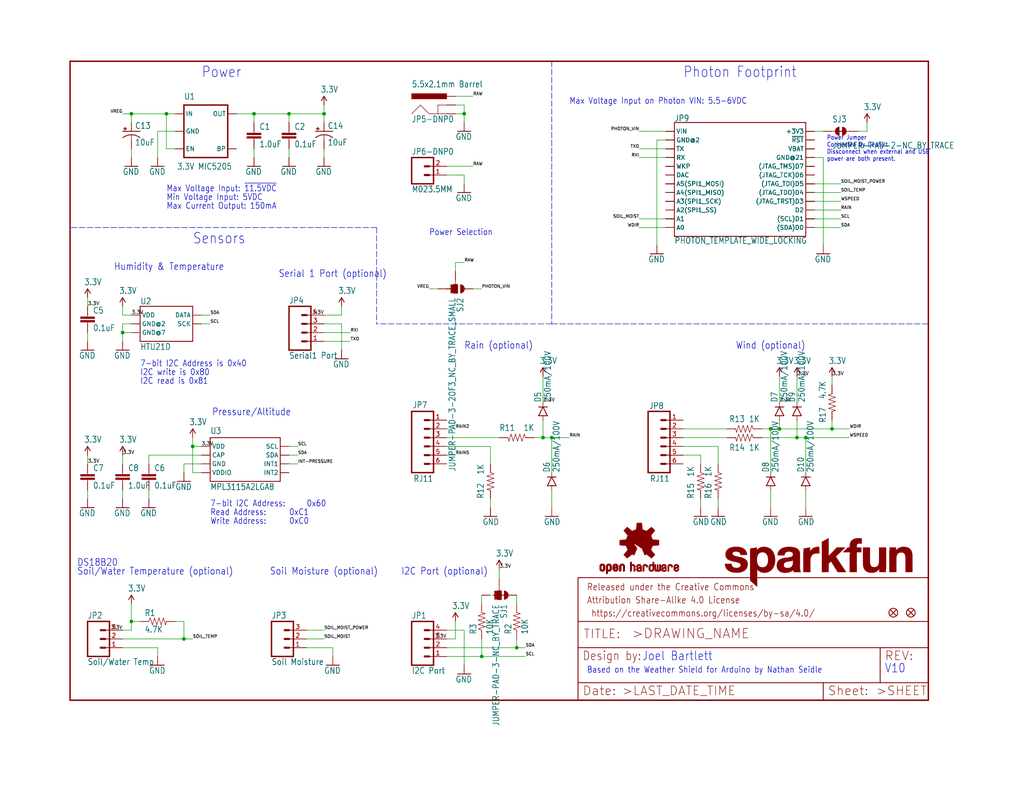
<source format=kicad_sch>
(kicad_sch (version 20211123) (generator eeschema)
  (paper "User" 297.002 231.242)
  (lib_symbols
    (symbol "eagleSchem-eagle-import:0.1UF-25V(+80{slash}-20%)(0603)"
      (property "Reference" "C" (at 1.524 2.921 0))
      (property "Value" "0.1UF-25V(+80{slash}-20%)(0603)" (at 1.524 -2.159 0))
      (symbol "0.1UF-25V(+80{slash}-20%)(0603)_1_0"
        (pin passive line (at 0 5.08 270) (length 2.54) (name "1") (number "1"))
        (pin passive line (at 0 -2.54 90) (length 2.54) (name "2") (number "2"))
      )
    )
    (symbol "eagleSchem-eagle-import:1.0UF-16V-10%(0603)"
      (property "Reference" "C" (at 1.524 2.921 0))
      (property "Value" "1.0UF-16V-10%(0603)" (at 1.524 -2.159 0))
      (symbol "1.0UF-16V-10%(0603)_1_0"
        (pin passive line (at 0 5.08 270) (length 2.54) (name "1") (number "1"))
        (pin passive line (at 0 -2.54 90) (length 2.54) (name "2") (number "2"))
      )
    )
    (symbol "eagleSchem-eagle-import:10KOHM-1{slash}10W-1%(0603)0603"
      (property "Reference" "R" (at -3.81 1.4986 0))
      (property "Value" "10KOHM-1{slash}10W-1%(0603)0603" (at -3.81 -3.302 0))
      (symbol "10KOHM-1{slash}10W-1%(0603)0603_1_0"
        (pin passive line (at -5.08 0 0) (length 2.54) (name "1") (number "1"))
        (pin passive line (at 5.08 0 180) (length 2.54) (name "2") (number "2"))
      )
    )
    (symbol "eagleSchem-eagle-import:10UF-16V-10%(TANT)"
      (property "Reference" "C" (at 1.016 0.635 0))
      (property "Value" "10UF-16V-10%(TANT)" (at 1.016 -4.191 0))
      (symbol "10UF-16V-10%(TANT)_1_0"
        (pin passive line (at 0 2.54 270) (length 2.54) (name "+") (number "A"))
        (pin passive line (at 0 -5.08 90) (length 2.54) (name "-") (number "C"))
      )
    )
    (symbol "eagleSchem-eagle-import:1KOHM-1{slash}10W-1%(0603)"
      (property "Reference" "R" (at -3.81 1.4986 0))
      (property "Value" "1KOHM-1{slash}10W-1%(0603)" (at -3.81 -3.302 0))
      (symbol "1KOHM-1{slash}10W-1%(0603)_1_0"
        (pin passive line (at -5.08 0 0) (length 2.54) (name "1") (number "1"))
        (pin passive line (at 5.08 0 180) (length 2.54) (name "2") (number "2"))
      )
    )
    (symbol "eagleSchem-eagle-import:3.3V" (power)
      (property "Value" "3.3V" (at -1.016 3.556 0))
      (symbol "3.3V_1_0"
        (pin power_in line (at 0 0 90) (length 2.54) (name "3.3V") (number "1"))
      )
    )
    (symbol "eagleSchem-eagle-import:4.7KOHM-1{slash}10W-1%(0603)"
      (property "Reference" "R" (at -3.81 1.4986 0))
      (property "Value" "4.7KOHM-1{slash}10W-1%(0603)" (at -3.81 -3.302 0))
      (symbol "4.7KOHM-1{slash}10W-1%(0603)_1_0"
        (pin passive line (at -5.08 0 0) (length 2.54) (name "1") (number "1"))
        (pin passive line (at 5.08 0 180) (length 2.54) (name "2") (number "2"))
      )
    )
    (symbol "eagleSchem-eagle-import:DIODEBAS16"
      (property "Reference" "D" (at 2.54 0.4826 0))
      (property "Value" "DIODEBAS16" (at 2.54 -2.3114 0))
      (symbol "DIODEBAS16_1_0"
        (pin passive line (at -2.54 0 0) (length 0) (name "A") (number "A"))
        (pin passive line (at 2.54 0 180) (length 0) (name "C") (number "C"))
      )
    )
    (symbol "eagleSchem-eagle-import:FIDUCIAL1X2")
    (symbol "eagleSchem-eagle-import:FRAME-LETTER"
      (symbol "FRAME-LETTER_2_0"
        (text " https://creativecommons.org/licenses/by-sa/4.0/" (at 2.54 24.13 0) (effects (font (size 1.9304 1.6408)) (justify left bottom)))
        (text ">DRAWING_NAME" (at 15.494 17.78 0) (effects (font (size 2.7432 2.7432)) (justify left bottom)))
        (text ">LAST_DATE_TIME" (at 12.7 1.27 0) (effects (font (size 2.54 2.54)) (justify left bottom)))
        (text ">SHEET" (at 86.36 1.27 0) (effects (font (size 2.54 2.54)) (justify left bottom)))
        (text "Attribution Share-Alike 4.0 License" (at 2.54 27.94 0) (effects (font (size 1.9304 1.6408)) (justify left bottom)))
        (text "Date:" (at 1.27 1.27 0) (effects (font (size 2.54 2.54)) (justify left bottom)))
        (text "Design by:" (at 1.27 11.43 0) (effects (font (size 2.54 2.159)) (justify left bottom)))
        (text "Released under the Creative Commons" (at 2.54 31.75 0) (effects (font (size 1.9304 1.6408)) (justify left bottom)))
        (text "REV:" (at 88.9 11.43 0) (effects (font (size 2.54 2.54)) (justify left bottom)))
        (text "Sheet:" (at 72.39 1.27 0) (effects (font (size 2.54 2.54)) (justify left bottom)))
        (text "TITLE:" (at 1.524 17.78 0) (effects (font (size 2.54 2.54)) (justify left bottom)))
      )
    )
    (symbol "eagleSchem-eagle-import:GND" (power)
      (property "Value" "GND" (at -2.54 -2.54 0))
      (symbol "GND_1_0"
        (pin power_in line (at 0 2.54 270) (length 2.54) (name "GND") (number "1"))
      )
    )
    (symbol "eagleSchem-eagle-import:HTU21DSMD"
      (property "Reference" "U" (at -7.62 5.588 0))
      (property "Value" "HTU21DSMD" (at -7.62 -7.62 0))
      (symbol "HTU21DSMD_1_0"
        (pin power_in line (at -10.16 -2.54 0) (length 2.54) (name "GND@7") (number "7"))
        (pin bidirectional line (at 10.16 2.54 180) (length 2.54) (name "DATA") (number "DATA"))
        (pin power_in line (at -10.16 0 0) (length 2.54) (name "GND@2") (number "GND"))
        (pin input line (at 10.16 0 180) (length 2.54) (name "SCK") (number "SCK"))
        (pin power_in line (at -10.16 2.54 0) (length 2.54) (name "VDD") (number "VDD"))
      )
    )
    (symbol "eagleSchem-eagle-import:JUMPER-PAD-2-NC_BY_TRACE"
      (property "Reference" "SJ" (at -2.54 2.54 0))
      (property "Value" "JUMPER-PAD-2-NC_BY_TRACE" (at -2.54 -5.08 0))
      (symbol "JUMPER-PAD-2-NC_BY_TRACE_1_0"
        (pin passive line (at -5.08 0 0) (length 2.54) (name "1") (number "1"))
        (pin passive line (at 5.08 0 180) (length 2.54) (name "2") (number "2"))
      )
    )
    (symbol "eagleSchem-eagle-import:JUMPER-PAD-3-2OF3_NC_BY_TRACE_SMALL"
      (property "Reference" "SJ" (at 2.54 0.381 0))
      (property "Value" "JUMPER-PAD-3-2OF3_NC_BY_TRACE_SMALL" (at 2.54 -1.905 0))
      (symbol "JUMPER-PAD-3-2OF3_NC_BY_TRACE_SMALL_1_0"
        (pin passive line (at 0 5.08 270) (length 2.54) (name "1") (number "1"))
        (pin passive line (at -5.08 0 0) (length 2.54) (name "2") (number "2"))
        (pin passive line (at 0 -5.08 90) (length 2.54) (name "3") (number "3"))
      )
    )
    (symbol "eagleSchem-eagle-import:JUMPER-PAD-3-NC_BY_TRACE"
      (property "Reference" "SJ" (at 2.54 0.381 0))
      (property "Value" "JUMPER-PAD-3-NC_BY_TRACE" (at 2.54 -1.905 0))
      (symbol "JUMPER-PAD-3-NC_BY_TRACE_1_0"
        (pin passive line (at 0 5.08 270) (length 2.54) (name "1") (number "1"))
        (pin passive line (at -5.08 0 0) (length 2.54) (name "2") (number "2"))
        (pin passive line (at 0 -5.08 90) (length 2.54) (name "3") (number "3"))
      )
    )
    (symbol "eagleSchem-eagle-import:M023.5MM"
      (property "Reference" "JP" (at -2.54 5.842 0))
      (property "Value" "M023.5MM" (at -2.54 -5.08 0))
      (symbol "M023.5MM_1_0"
        (pin passive line (at 7.62 0 180) (length 5.08) (name "1") (number "1"))
        (pin passive line (at 7.62 2.54 180) (length 5.08) (name "2") (number "2"))
      )
    )
    (symbol "eagleSchem-eagle-import:M03PTH"
      (property "Reference" "JP" (at -2.54 5.842 0))
      (property "Value" "M03PTH" (at -2.54 -7.62 0))
      (symbol "M03PTH_1_0"
        (pin passive line (at 7.62 -2.54 180) (length 5.08) (name "1") (number "1"))
        (pin passive line (at 7.62 0 180) (length 5.08) (name "2") (number "2"))
        (pin passive line (at 7.62 2.54 180) (length 5.08) (name "3") (number "3"))
      )
    )
    (symbol "eagleSchem-eagle-import:M04PTH"
      (property "Reference" "JP" (at -5.08 8.382 0))
      (property "Value" "M04PTH" (at -5.08 -7.62 0))
      (symbol "M04PTH_1_0"
        (pin passive line (at 5.08 -2.54 180) (length 5.08) (name "1") (number "1"))
        (pin passive line (at 5.08 0 180) (length 5.08) (name "2") (number "2"))
        (pin passive line (at 5.08 2.54 180) (length 5.08) (name "3") (number "3"))
        (pin passive line (at 5.08 5.08 180) (length 5.08) (name "4") (number "4"))
      )
    )
    (symbol "eagleSchem-eagle-import:MIC52053.3V"
      (property "Reference" "U" (at -7.62 9.144 0))
      (property "Value" "MIC52053.3V" (at -7.62 -11.43 0))
      (symbol "MIC52053.3V_1_0"
        (pin input line (at -10.16 5.08 0) (length 2.54) (name "IN") (number "1"))
        (pin input line (at -10.16 0 0) (length 2.54) (name "GND") (number "2"))
        (pin input line (at -10.16 -5.08 0) (length 2.54) (name "EN") (number "3"))
        (pin input line (at 7.62 -5.08 180) (length 2.54) (name "BP") (number "4"))
        (pin passive line (at 7.62 5.08 180) (length 2.54) (name "OUT") (number "5"))
      )
    )
    (symbol "eagleSchem-eagle-import:MPL3115A2LGA8"
      (property "Reference" "U" (at -10.16 5.08 0))
      (property "Value" "MPL3115A2LGA8" (at -10.16 -10.16 0))
      (symbol "MPL3115A2LGA8_1_0"
        (pin power_in line (at -12.7 2.54 0) (length 2.54) (name "VDD") (number "1"))
        (pin power_in line (at -12.7 0 0) (length 2.54) (name "CAP") (number "2"))
        (pin power_in line (at -12.7 -2.54 0) (length 2.54) (name "GND") (number "3"))
        (pin power_in line (at -12.7 -5.08 0) (length 2.54) (name "VDDIO") (number "4"))
        (pin output line (at 12.7 -5.08 180) (length 2.54) (name "INT2") (number "5"))
        (pin output line (at 12.7 -2.54 180) (length 2.54) (name "INT1") (number "6"))
        (pin bidirectional line (at 12.7 0 180) (length 2.54) (name "SDA") (number "7"))
        (pin bidirectional line (at 12.7 2.54 180) (length 2.54) (name "SCL") (number "8"))
      )
    )
    (symbol "eagleSchem-eagle-import:OSHW-LOGOM")
    (symbol "eagleSchem-eagle-import:POWER_JACKSMD"
      (property "Reference" "JP" (at -10.16 0 0))
      (property "Value" "POWER_JACKSMD" (at -10.16 10.16 0))
      (symbol "POWER_JACKSMD_1_0"
        (pin bidirectional line (at 2.54 5.08 180) (length 2.54) (name "GNDBREAK") (number "GND"))
        (pin bidirectional line (at 2.54 2.54 180) (length 2.54) (name "GND") (number "P$4"))
        (pin bidirectional line (at 2.54 7.62 180) (length 2.54) (name "PWR") (number "VIN0"))
      )
    )
    (symbol "eagleSchem-eagle-import:RJ11-6PTH"
      (property "Reference" "J" (at -5.08 10.922 0))
      (property "Value" "RJ11-6PTH" (at -5.08 -10.16 0))
      (symbol "RJ11-6PTH_1_0"
        (pin passive line (at 5.08 -5.08 180) (length 5.08) (name "1") (number "1"))
        (pin passive line (at 5.08 -2.54 180) (length 5.08) (name "2") (number "2"))
        (pin passive line (at 5.08 0 180) (length 5.08) (name "3") (number "3"))
        (pin passive line (at 5.08 2.54 180) (length 5.08) (name "4") (number "4"))
        (pin passive line (at 5.08 5.08 180) (length 5.08) (name "5") (number "5"))
        (pin passive line (at 5.08 7.62 180) (length 5.08) (name "6") (number "6"))
      )
    )
    (symbol "eagleSchem-eagle-import:SFE_LOGO_NAME.1_INCH")
    (symbol "eagleSchem-eagle-import:SPARK_PHOTONSPARK_PHOTON_TEMPLATE_WIDE_LOCKING"
      (property "Reference" "JP" (at -20.32 18.034 0))
      (property "Value" "SPARK_PHOTONSPARK_PHOTON_TEMPLATE_WIDE_LOCKING" (at -20.32 -15.494 0))
      (symbol "SPARK_PHOTONSPARK_PHOTON_TEMPLATE_WIDE_LOCKING_1_0"
        (pin bidirectional line (at -22.86 15.24 0) (length 2.54) (name "VIN") (number "1"))
        (pin bidirectional line (at -22.86 -7.62 0) (length 2.54) (name "A2(SPI1_SS)") (number "10"))
        (pin bidirectional line (at -22.86 -10.16 0) (length 2.54) (name "A1") (number "11"))
        (pin bidirectional line (at -22.86 -12.7 0) (length 2.54) (name "A0") (number "12"))
        (pin bidirectional line (at 20.32 -12.7 180) (length 2.54) (name "(SDA)D0") (number "13"))
        (pin bidirectional line (at 20.32 -10.16 180) (length 2.54) (name "(SCL)D1") (number "14"))
        (pin bidirectional line (at 20.32 -7.62 180) (length 2.54) (name "D2") (number "15"))
        (pin bidirectional line (at 20.32 -5.08 180) (length 2.54) (name "(JTAG_TRST)D3") (number "16"))
        (pin bidirectional line (at 20.32 -2.54 180) (length 2.54) (name "(JTAG_TDO)D4") (number "17"))
        (pin bidirectional line (at 20.32 0 180) (length 2.54) (name "(JTAG_TDI)D5") (number "18"))
        (pin bidirectional line (at 20.32 2.54 180) (length 2.54) (name "(JTAG_TCK)D6") (number "19"))
        (pin bidirectional line (at -22.86 12.7 0) (length 2.54) (name "GND@2") (number "2"))
        (pin bidirectional line (at 20.32 5.08 180) (length 2.54) (name "(JTAG_TMS)D7") (number "20"))
        (pin bidirectional line (at 20.32 7.62 180) (length 2.54) (name "GND@21") (number "21"))
        (pin bidirectional line (at 20.32 10.16 180) (length 2.54) (name "VBAT") (number "22"))
        (pin bidirectional line (at 20.32 12.7 180) (length 2.54) (name "~{RST}") (number "23"))
        (pin bidirectional line (at 20.32 15.24 180) (length 2.54) (name "+3V3") (number "24"))
        (pin bidirectional line (at -22.86 10.16 0) (length 2.54) (name "TX") (number "3"))
        (pin bidirectional line (at 20.32 15.24 180) (length 2.54) (name "+3V3") (number "3V3"))
        (pin bidirectional line (at -22.86 7.62 0) (length 2.54) (name "RX") (number "4"))
        (pin bidirectional line (at -22.86 5.08 0) (length 2.54) (name "WKP") (number "5"))
        (pin bidirectional line (at -22.86 2.54 0) (length 2.54) (name "DAC") (number "6"))
        (pin bidirectional line (at -22.86 0 0) (length 2.54) (name "A5(SPI1_MOSI)") (number "7"))
        (pin bidirectional line (at -22.86 -2.54 0) (length 2.54) (name "A4(SPI1_MISO)") (number "8"))
        (pin bidirectional line (at -22.86 -5.08 0) (length 2.54) (name "A3(SPI1_SCK)") (number "9"))
        (pin bidirectional line (at -22.86 -12.7 0) (length 2.54) (name "A0") (number "A0"))
        (pin bidirectional line (at -22.86 -10.16 0) (length 2.54) (name "A1") (number "A1"))
        (pin bidirectional line (at -22.86 -7.62 0) (length 2.54) (name "A2(SPI1_SS)") (number "A2"))
        (pin bidirectional line (at -22.86 -5.08 0) (length 2.54) (name "A3(SPI1_SCK)") (number "A3"))
        (pin bidirectional line (at -22.86 -2.54 0) (length 2.54) (name "A4(SPI1_MISO)") (number "A4"))
        (pin bidirectional line (at -22.86 0 0) (length 2.54) (name "A5(SPI1_MOSI)") (number "A5"))
        (pin bidirectional line (at 20.32 -12.7 180) (length 2.54) (name "(SDA)D0") (number "D0"))
        (pin bidirectional line (at 20.32 -10.16 180) (length 2.54) (name "(SCL)D1") (number "D1"))
        (pin bidirectional line (at 20.32 -7.62 180) (length 2.54) (name "D2") (number "D2"))
        (pin bidirectional line (at 20.32 -5.08 180) (length 2.54) (name "(JTAG_TRST)D3") (number "D3"))
        (pin bidirectional line (at 20.32 -2.54 180) (length 2.54) (name "(JTAG_TDO)D4") (number "D4"))
        (pin bidirectional line (at 20.32 0 180) (length 2.54) (name "(JTAG_TDI)D5") (number "D5"))
        (pin bidirectional line (at 20.32 2.54 180) (length 2.54) (name "(JTAG_TCK)D6") (number "D6"))
        (pin bidirectional line (at 20.32 5.08 180) (length 2.54) (name "(JTAG_TMS)D7") (number "D7"))
        (pin bidirectional line (at -22.86 2.54 0) (length 2.54) (name "DAC") (number "DAC"))
        (pin bidirectional line (at -22.86 12.7 0) (length 2.54) (name "GND@2") (number "GND@0"))
        (pin bidirectional line (at 20.32 7.62 180) (length 2.54) (name "GND@21") (number "GND@2"))
        (pin bidirectional line (at 20.32 12.7 180) (length 2.54) (name "~{RST}") (number "RST"))
        (pin bidirectional line (at -22.86 7.62 0) (length 2.54) (name "RX") (number "RX"))
        (pin bidirectional line (at -22.86 10.16 0) (length 2.54) (name "TX") (number "TX"))
        (pin bidirectional line (at 20.32 10.16 180) (length 2.54) (name "VBAT") (number "VBAT"))
        (pin bidirectional line (at -22.86 15.24 0) (length 2.54) (name "VIN") (number "VIN"))
        (pin bidirectional line (at -22.86 5.08 0) (length 2.54) (name "WKP") (number "WKP"))
      )
    )
    (symbol "eagleSchem-eagle-import:VCC" (power)
      (property "Value" "VCC" (at -1.016 3.556 0))
      (symbol "VCC_1_0"
        (pin power_in line (at 0 0 90) (length 2.54) (name "VCC") (number "1"))
      )
    )
  )
  (junction (at 35.56 96.52))
  (junction (at 55.88 129.54))
  (junction (at 38.1 33.02))
  (junction (at 134.62 33.02))
  (junction (at 226.06 124.46))
  (junction (at 53.34 185.42))
  (junction (at 233.68 127))
  (junction (at 157.48 127))
  (junction (at 241.3 124.46))
  (junction (at 38.1 180.34))
  (junction (at 160.02 127))
  (junction (at 83.82 33.02))
  (junction (at 149.86 187.96))
  (junction (at 48.26 33.02))
  (junction (at 139.7 190.5))
  (junction (at 73.66 33.02))
  (junction (at 93.98 33.02))
  (junction (at 223.52 124.46))
  (junction (at 231.14 127))
  (wire (pts (xy 193.04 45.72) (xy 185.42 45.72)))
  (wire (pts (xy 236.22 58.42) (xy 243.84 58.42)))
  (wire (pts (xy 99.06 93.98) (xy 93.98 93.98)))
  (wire (pts (xy 241.3 121.92) (xy 241.3 124.46)))
  (wire (pts (xy 157.48 127) (xy 160.02 127)))
  (wire (pts (xy 241.3 109.22) (xy 241.3 111.76)))
  (wire (pts (xy 149.86 187.96) (xy 152.4 187.96)))
  (wire (pts (xy 45.72 38.1) (xy 45.72 45.72)))
  (wire (pts (xy 99.06 101.6) (xy 99.06 93.98)))
  (wire (pts (xy 35.56 187.96) (xy 45.72 187.96)))
  (wire (pts (xy 134.62 182.88) (xy 134.62 193.04)))
  (wire (pts (xy 38.1 182.88) (xy 38.1 180.34)))
  (wire (pts (xy 83.82 134.62) (xy 86.36 134.62)))
  (wire (pts (xy 93.98 96.52) (xy 101.6 96.52)))
  (wire (pts (xy 129.54 187.96) (xy 149.86 187.96)))
  (wire (pts (xy 220.98 124.46) (xy 223.52 124.46)))
  (wire (pts (xy 38.1 45.72) (xy 38.1 43.18)))
  (wire (pts (xy 40.64 180.34) (xy 38.1 180.34)))
  (wire (pts (xy 25.4 99.06) (xy 25.4 96.52)))
  (wire (pts (xy 88.9 187.96) (xy 96.52 187.96)))
  (wire (pts (xy 35.56 185.42) (xy 53.34 185.42)))
  (wire (pts (xy 53.34 185.42) (xy 55.88 185.42)))
  (wire (pts (xy 236.22 53.34) (xy 243.84 53.34)))
  (wire (pts (xy 50.8 38.1) (xy 45.72 38.1)))
  (wire (pts (xy 236.22 45.72) (xy 238.76 45.72)))
  (wire (pts (xy 129.54 124.46) (xy 132.08 124.46)))
  (wire (pts (xy 58.42 137.16) (xy 55.88 137.16)))
  (wire (pts (xy 96.52 187.96) (xy 96.52 190.5)))
  (wire (pts (xy 238.76 38.1) (xy 236.22 38.1)))
  (wire (pts (xy 231.14 121.92) (xy 231.14 127)))
  (wire (pts (xy 45.72 187.96) (xy 45.72 190.5)))
  (wire (pts (xy 139.7 185.42) (xy 139.7 190.5)))
  (wire (pts (xy 149.86 185.42) (xy 149.86 187.96)))
  (wire (pts (xy 160.02 137.16) (xy 160.02 127)))
  (wire (pts (xy 86.36 132.08) (xy 83.82 132.08)))
  (wire (pts (xy 38.1 93.98) (xy 35.56 93.98)))
  (wire (pts (xy 129.54 50.8) (xy 134.62 50.8)))
  (wire (pts (xy 55.88 137.16) (xy 55.88 129.54)))
  (wire (pts (xy 35.56 132.08) (xy 35.56 134.62)))
  (wire (pts (xy 129.54 48.26) (xy 137.16 48.26)))
  (wire (pts (xy 142.24 147.32) (xy 142.24 144.78)))
  (wire (pts (xy 132.08 78.74) (xy 132.08 76.2)))
  (wire (pts (xy 236.22 60.96) (xy 243.84 60.96)))
  (wire (pts (xy 160.02 147.32) (xy 160.02 142.24)))
  (wire (pts (xy 241.3 124.46) (xy 246.38 124.46)))
  (wire (pts (xy 43.18 142.24) (xy 43.18 144.78)))
  (wire (pts (xy 160.02 127) (xy 165.1 127)))
  (wire (pts (xy 129.54 182.88) (xy 134.62 182.88)))
  (wire (pts (xy 198.12 129.54) (xy 208.28 129.54)))
  (wire (pts (xy 193.04 66.04) (xy 185.42 66.04)))
  (wire (pts (xy 35.56 96.52) (xy 35.56 99.06)))
  (wire (pts (xy 132.08 27.94) (xy 137.16 27.94)))
  (wire (pts (xy 144.78 165.1) (xy 144.78 167.64)))
  (wire (pts (xy 149.86 175.26) (xy 149.86 172.72)))
  (wire (pts (xy 83.82 45.72) (xy 83.82 43.18)))
  (wire (pts (xy 99.06 91.44) (xy 99.06 88.9)))
  (wire (pts (xy 35.56 182.88) (xy 38.1 182.88)))
  (polyline (pts (xy 160.02 93.98) (xy 269.24 93.98)))
  (wire (pts (xy 203.2 134.62) (xy 203.2 132.08)))
  (wire (pts (xy 58.42 132.08) (xy 43.18 132.08)))
  (wire (pts (xy 208.28 134.62) (xy 208.28 129.54)))
  (wire (pts (xy 238.76 45.72) (xy 238.76 71.12)))
  (polyline (pts (xy 160.02 17.78) (xy 160.02 93.98)))
  (wire (pts (xy 55.88 129.54) (xy 55.88 127)))
  (polyline (pts (xy 109.22 66.04) (xy 20.32 66.04)))
  (wire (pts (xy 193.04 63.5) (xy 185.42 63.5)))
  (wire (pts (xy 223.52 124.46) (xy 226.06 124.46)))
  (wire (pts (xy 231.14 109.22) (xy 231.14 116.84)))
  (wire (pts (xy 25.4 134.62) (xy 25.4 132.08)))
  (wire (pts (xy 132.08 33.02) (xy 134.62 33.02)))
  (wire (pts (xy 198.12 132.08) (xy 203.2 132.08)))
  (wire (pts (xy 226.06 124.46) (xy 241.3 124.46)))
  (wire (pts (xy 53.34 134.62) (xy 53.34 137.16)))
  (wire (pts (xy 50.8 43.18) (xy 48.26 43.18)))
  (wire (pts (xy 73.66 33.02) (xy 73.66 35.56)))
  (wire (pts (xy 43.18 132.08) (xy 43.18 134.62)))
  (wire (pts (xy 132.08 76.2) (xy 134.62 76.2)))
  (wire (pts (xy 236.22 55.88) (xy 243.84 55.88)))
  (wire (pts (xy 48.26 43.18) (xy 48.26 33.02)))
  (wire (pts (xy 251.46 35.56) (xy 251.46 38.1)))
  (wire (pts (xy 73.66 45.72) (xy 73.66 43.18)))
  (wire (pts (xy 226.06 116.84) (xy 226.06 109.22)))
  (wire (pts (xy 236.22 63.5) (xy 243.84 63.5)))
  (polyline (pts (xy 160.02 93.98) (xy 109.22 93.98)))
  (wire (pts (xy 193.04 43.18) (xy 185.42 43.18)))
  (wire (pts (xy 129.54 129.54) (xy 142.24 129.54)))
  (wire (pts (xy 190.5 40.64) (xy 190.5 71.12)))
  (wire (pts (xy 73.66 33.02) (xy 83.82 33.02)))
  (wire (pts (xy 68.58 33.02) (xy 73.66 33.02)))
  (wire (pts (xy 88.9 185.42) (xy 93.98 185.42)))
  (wire (pts (xy 58.42 129.54) (xy 55.88 129.54)))
  (wire (pts (xy 223.52 147.32) (xy 223.52 142.24)))
  (wire (pts (xy 25.4 144.78) (xy 25.4 142.24)))
  (wire (pts (xy 231.14 127) (xy 233.68 127)))
  (wire (pts (xy 58.42 134.62) (xy 53.34 134.62)))
  (wire (pts (xy 139.7 175.26) (xy 139.7 172.72)))
  (wire (pts (xy 134.62 30.48) (xy 134.62 33.02)))
  (wire (pts (xy 203.2 147.32) (xy 203.2 144.78)))
  (wire (pts (xy 38.1 35.56) (xy 38.1 33.02)))
  (wire (pts (xy 157.48 116.84) (xy 157.48 109.22)))
  (wire (pts (xy 38.1 91.44) (xy 35.56 91.44)))
  (wire (pts (xy 93.98 43.18) (xy 93.98 45.72)))
  (wire (pts (xy 58.42 93.98) (xy 60.96 93.98)))
  (wire (pts (xy 50.8 180.34) (xy 53.34 180.34)))
  (wire (pts (xy 193.04 38.1) (xy 185.42 38.1)))
  (wire (pts (xy 193.04 40.64) (xy 190.5 40.64)))
  (polyline (pts (xy 109.22 66.04) (xy 109.22 93.98)))
  (wire (pts (xy 144.78 127) (xy 129.54 127)))
  (wire (pts (xy 208.28 147.32) (xy 208.28 144.78)))
  (wire (pts (xy 132.08 185.42) (xy 132.08 180.34)))
  (wire (pts (xy 83.82 33.02) (xy 93.98 33.02)))
  (wire (pts (xy 48.26 33.02) (xy 38.1 33.02)))
  (wire (pts (xy 154.94 127) (xy 157.48 127)))
  (wire (pts (xy 134.62 33.02) (xy 134.62 35.56)))
  (wire (pts (xy 38.1 96.52) (xy 35.56 96.52)))
  (wire (pts (xy 233.68 127) (xy 246.38 127)))
  (wire (pts (xy 35.56 93.98) (xy 35.56 96.52)))
  (wire (pts (xy 129.54 185.42) (xy 132.08 185.42)))
  (wire (pts (xy 86.36 129.54) (xy 83.82 129.54)))
  (wire (pts (xy 210.82 124.46) (xy 198.12 124.46)))
  (wire (pts (xy 198.12 127) (xy 210.82 127)))
  (wire (pts (xy 93.98 99.06) (xy 101.6 99.06)))
  (wire (pts (xy 129.54 190.5) (xy 139.7 190.5)))
  (wire (pts (xy 58.42 91.44) (xy 60.96 91.44)))
  (wire (pts (xy 93.98 33.02) (xy 93.98 30.48)))
  (wire (pts (xy 233.68 147.32) (xy 233.68 142.24)))
  (wire (pts (xy 142.24 134.62) (xy 142.24 129.54)))
  (wire (pts (xy 220.98 127) (xy 231.14 127)))
  (wire (pts (xy 38.1 180.34) (xy 38.1 175.26)))
  (wire (pts (xy 226.06 121.92) (xy 226.06 124.46)))
  (wire (pts (xy 48.26 33.02) (xy 50.8 33.02)))
  (wire (pts (xy 35.56 88.9) (xy 35.56 91.44)))
  (wire (pts (xy 129.54 132.08) (xy 132.08 132.08)))
  (wire (pts (xy 132.08 30.48) (xy 134.62 30.48)))
  (wire (pts (xy 38.1 33.02) (xy 35.56 33.02)))
  (wire (pts (xy 25.4 88.9) (xy 25.4 86.36)))
  (wire (pts (xy 251.46 38.1) (xy 248.92 38.1)))
  (wire (pts (xy 233.68 137.16) (xy 233.68 127)))
  (wire (pts (xy 134.62 50.8) (xy 134.62 53.34)))
  (wire (pts (xy 88.9 182.88) (xy 93.98 182.88)))
  (wire (pts (xy 236.22 66.04) (xy 243.84 66.04)))
  (wire (pts (xy 93.98 33.02) (xy 93.98 35.56)))
  (wire (pts (xy 157.48 127) (xy 157.48 121.92)))
  (wire (pts (xy 35.56 144.78) (xy 35.56 142.24)))
  (wire (pts (xy 137.16 83.82) (xy 139.7 83.82)))
  (wire (pts (xy 127 83.82) (xy 124.46 83.82)))
  (wire (pts (xy 139.7 190.5) (xy 152.4 190.5)))
  (wire (pts (xy 93.98 91.44) (xy 99.06 91.44)))
  (wire (pts (xy 83.82 33.02) (xy 83.82 35.56)))
  (wire (pts (xy 53.34 180.34) (xy 53.34 185.42)))
  (wire (pts (xy 223.52 137.16) (xy 223.52 124.46)))
  (text "I2C Port (optional)" (at 116.332 167.132 180) (effects (font (size 2.032 1.7272)) (justify left bottom)))
  (text "DS18B20" (at 22.352 164.592 180) (effects (font (size 2.032 1.7272)) (justify left bottom)))
  (text "V10" (at 256.54 195.58 180) (effects (font (size 2.54 2.159)) (justify left bottom)))
  (text "Pressure/Altitude" (at 61.468 120.904 180) (effects (font (size 2.032 1.7272)) (justify left bottom)))
  (text "Soil Moisture (optional)" (at 78.232 167.132 180) (effects (font (size 2.032 1.7272)) (justify left bottom)))
  (text "0xC1" (at 83.82 149.86 180) (effects (font (size 1.778 1.5113)) (justify left bottom)))
  (text "Write Address:" (at 60.96 152.4 180) (effects (font (size 1.778 1.5113)) (justify left bottom)))
  (text "0x60" (at 88.9 147.32 180) (effects (font (size 1.778 1.5113)) (justify left bottom)))
  (text "7-bit I2C Address is 0x40" (at 40.64 106.68 180) (effects (font (size 1.778 1.5113)) (justify left bottom)))
  (text "Power" (at 58.42 22.86 180) (effects (font (size 3.048 2.5908)) (justify left bottom)))
  (text "Max Voltage Input: ~{11.5VDC}" (at 48.26 55.88 180) (effects (font (size 1.778 1.5113)) (justify left bottom)))
  (text "Based on the Weather Shield for Arduino by Nathan Seidle" (at 170.18 195.58 0) (effects (font (size 1.778 1.5113)) (justify left bottom)))
  (text "Min Voltage Input: 5VDC" (at 48.26 58.42 180) (effects (font (size 1.778 1.5113)) (justify left bottom)))
  (text "Max Voltage Input on Photon VIN: 5.5-6VDC" (at 165.1 30.48 180) (effects (font (size 1.778 1.5113)) (justify left bottom)))
  (text "I2C read is 0x81" (at 40.64 111.76 180) (effects (font (size 1.778 1.5113)) (justify left bottom)))
  (text "0xC0" (at 83.82 152.4 180) (effects (font (size 1.778 1.5113)) (justify left bottom)))
  (text "Wind (optional)" (at 213.36 101.6 180) (effects (font (size 2.032 1.7272)) (justify left bottom)))
  (text "Power Jumper\nConnected by Deafult\nDissconnect when external and USB\npower are both present." (at 239.776 46.99 0) (effects (font (size 1.27 1.0795)) (justify left bottom)))
  (text "Joel Bartlett" (at 186.182 192.024 180) (effects (font (size 2.54 2.159)) (justify left bottom)))
  (text "I2C write is 0x80" (at 40.64 109.22 180) (effects (font (size 1.778 1.5113)) (justify left bottom)))
  (text "Serial 1 Port (optional)" (at 80.772 80.772 180) (effects (font (size 2.032 1.7272)) (justify left bottom)))
  (text "Rain (optional)" (at 134.62 101.6 180) (effects (font (size 2.032 1.7272)) (justify left bottom)))
  (text "Soil/Water Temperature (optional)" (at 22.352 167.132 180) (effects (font (size 2.032 1.7272)) (justify left bottom)))
  (text "7-bit I2C Address:" (at 60.96 147.32 180) (effects (font (size 1.778 1.5113)) (justify left bottom)))
  (text "Power Selection" (at 124.46 68.58 180) (effects (font (size 1.778 1.5113)) (justify left bottom)))
  (text "Max Current Output: 150mA" (at 48.26 60.96 180) (effects (font (size 1.778 1.5113)) (justify left bottom)))
  (text "Humidity & Temperature" (at 33.02 78.74 180) (effects (font (size 2.032 1.7272)) (justify left bottom)))
  (text "Sensors" (at 55.88 71.12 180) (effects (font (size 3.048 2.5908)) (justify left bottom)))
  (text "Read Address:" (at 60.96 149.86 180) (effects (font (size 1.778 1.5113)) (justify left bottom)))
  (text "Photon Footprint" (at 198.12 22.86 180) (effects (font (size 3.048 2.5908)) (justify left bottom)))
  (label "RAW" (at 137.16 27.94 0) (effects (font (size 0.889 0.889))))
  (label "RXI" (at 101.6 96.52 0) (effects (font (size 0.889 0.889))))
  (label "RAW" (at 134.62 76.2 0) (effects (font (size 0.889 0.889))))
  (label "SCL" (at 86.36 129.54 0) (effects (font (size 0.889 0.889))))
  (label "SOIL_MOIST" (at 185.42 63.5 180) (effects (font (size 0.889 0.889))))
  (label "RAIN2" (at 132.08 124.46 0) (effects (font (size 0.889 0.889))))
  (label "RAIN" (at 165.1 127 0) (effects (font (size 0.889 0.889))))
  (label "VREG" (at 35.56 33.02 180) (effects (font (size 0.889 0.889))))
  (label "SDA" (at 86.36 132.08 0) (effects (font (size 0.889 0.889))))
  (label "3.3V" (at 93.98 91.44 180) (effects (font (size 1.016 1.016))))
  (label "TXO" (at 185.42 43.18 180) (effects (font (size 0.889 0.889))))
  (label "INT-PRESSURE" (at 86.36 134.62 0) (effects (font (size 0.889 0.889))))
  (label "RXI" (at 185.42 45.72 180) (effects (font (size 0.889 0.889))))
  (label "SCL" (at 243.84 63.5 0) (effects (font (size 0.889 0.889))))
  (label "WSPEED" (at 246.38 127 0) (effects (font (size 0.889 0.889))))
  (label "3.3V" (at 231.14 109.22 0) (effects (font (size 1.016 1.016))))
  (label "WDIR" (at 246.38 124.46 0) (effects (font (size 0.889 0.889))))
  (label "3.3V" (at 38.1 91.44 0) (effects (font (size 1.016 1.016))))
  (label "RAIN5" (at 132.08 132.08 0) (effects (font (size 0.889 0.889))))
  (label "VREG" (at 124.46 83.82 180) (effects (font (size 0.889 0.889))))
  (label "3.3V" (at 241.3 109.22 0) (effects (font (size 1.016 1.016))))
  (label "WDIR" (at 185.42 66.04 180) (effects (font (size 0.889 0.889))))
  (label "3.3V" (at 35.56 182.88 180) (effects (font (size 1.016 1.016))))
  (label "3.3V" (at 157.48 116.84 0) (effects (font (size 1.016 1.016))))
  (label "SOIL_TEMP" (at 243.84 55.88 0) (effects (font (size 0.889 0.889))))
  (label "SDA" (at 152.4 187.96 0) (effects (font (size 0.889 0.889))))
  (label "3.3V" (at 25.4 88.9 0) (effects (font (size 1.016 1.016))))
  (label "SCL" (at 60.96 93.98 0) (effects (font (size 0.889 0.889))))
  (label "3.3V" (at 35.56 132.08 0) (effects (font (size 1.016 1.016))))
  (label "SOIL_TEMP" (at 55.88 185.42 0) (effects (font (size 0.889 0.889))))
  (label "SDA" (at 243.84 66.04 0) (effects (font (size 0.889 0.889))))
  (label "SCL" (at 152.4 190.5 0) (effects (font (size 0.889 0.889))))
  (label "RAIN" (at 243.84 60.96 0) (effects (font (size 0.889 0.889))))
  (label "3.3V" (at 25.4 134.62 0) (effects (font (size 1.016 1.016))))
  (label "SDA" (at 60.96 91.44 0) (effects (font (size 0.889 0.889))))
  (label "PHOTON_VIN" (at 139.7 83.82 0) (effects (font (size 0.889 0.889))))
  (label "3.3V" (at 144.78 165.1 0) (effects (font (size 1.016 1.016))))
  (label "3.3V" (at 58.42 129.54 0) (effects (font (size 1.016 1.016))))
  (label "TXO" (at 101.6 99.06 0) (effects (font (size 0.889 0.889))))
  (label "SOIL_MOIST" (at 93.98 185.42 0) (effects (font (size 0.889 0.889))))
  (label "3.3V" (at 129.54 185.42 180) (effects (font (size 1.016 1.016))))
  (label "WSPEED" (at 243.84 58.42 0) (effects (font (size 0.889 0.889))))
  (label "3.3V" (at 226.06 116.84 0) (effects (font (size 1.016 1.016))))
  (label "SOIL_MOIST_POWER" (at 93.98 182.88 0) (effects (font (size 0.889 0.889))))
  (label "SOIL_MOIST_POWER" (at 243.84 53.34 0) (effects (font (size 0.889 0.889))))
  (label "PHOTON_VIN" (at 185.42 38.1 180) (effects (font (size 0.889 0.889))))
  (label "RAW" (at 137.16 48.26 0) (effects (font (size 0.889 0.889))))
  (symbol (lib_id "eagleSchem-eagle-import:GND") (at 45.72 193.04 0) (unit 1)
    (property "Reference" "#GND3" (effects hide))
    (property "Value" "GND" (at 43.18 195.58 0) (effects (font (size 1.778 1.5113)) (justify left bottom)))
    (property "Footprint" "eagleSchem:" (effects hide))
  )
  (symbol (lib_id "eagleSchem-eagle-import:SPARK_PHOTONSPARK_PHOTON_TEMPLATE_WIDE_LOCKING") (at 215.9 53.34 0) (unit 1)
    (property "Reference" "JP9" (at 195.58 35.306 0) (effects (font (size 1.778 1.5113)) (justify left bottom)))
    (property "Value" "PHOTON_TEMPLATE_WIDE_LOCKING" (at 195.58 68.834 0) (effects (font (size 1.778 1.5113)) (justify left top)))
    (property "Footprint" "eagleSchem:SPARK_PHOTON_TEMPLATE_WIDE_LOCKING" (effects hide))
  )
  (symbol (lib_id "eagleSchem-eagle-import:GND") (at 25.4 147.32 0) (unit 1)
    (property "Reference" "#GND7" (effects hide))
    (property "Value" "GND" (at 22.86 149.86 0) (effects (font (size 1.778 1.5113)) (justify left bottom)))
    (property "Footprint" "eagleSchem:" (effects hide))
  )
  (symbol (lib_id "eagleSchem-eagle-import:GND") (at 99.06 104.14 0) (unit 1)
    (property "Reference" "#GND14" (effects hide))
    (property "Value" "GND" (at 96.52 106.68 0) (effects (font (size 1.778 1.5113)) (justify left bottom)))
    (property "Footprint" "eagleSchem:" (effects hide))
  )
  (symbol (lib_id "eagleSchem-eagle-import:RJ11-6PTH") (at 193.04 127 0) (mirror x) (unit 1)
    (property "Reference" "JP8" (at 188.214 118.745 0) (effects (font (size 1.778 1.5113)) (justify left top)))
    (property "Value" "RJ11" (at 188.468 137.922 0) (effects (font (size 1.778 1.5113)) (justify left bottom)))
    (property "Footprint" "eagleSchem:RJ11-6" (effects hide))
  )
  (symbol (lib_id "eagleSchem-eagle-import:1.0UF-16V-10%(0603)") (at 73.66 40.64 0) (unit 1)
    (property "Reference" "C1" (at 75.184 37.719 0) (effects (font (size 1.778 1.5113)) (justify left bottom)))
    (property "Value" "1.0uF" (at 75.184 42.799 0) (effects (font (size 1.778 1.5113)) (justify left bottom)))
    (property "Footprint" "eagleSchem:0603-CAP" (effects hide))
  )
  (symbol (lib_id "eagleSchem-eagle-import:OSHW-LOGOM") (at 185.42 157.48 0) (unit 1)
    (property "Reference" "LOGO1" (effects hide))
    (property "Value" "OSHW-LOGOM" (effects hide))
    (property "Footprint" "eagleSchem:OSHW-LOGO-M" (effects hide))
  )
  (symbol (lib_id "eagleSchem-eagle-import:M03PTH") (at 81.28 185.42 0) (unit 1)
    (property "Reference" "JP3" (at 78.74 179.578 0) (effects (font (size 1.778 1.5113)) (justify left bottom)))
    (property "Value" "Soil Moisture" (at 78.74 193.04 0) (effects (font (size 1.778 1.5113)) (justify left bottom)))
    (property "Footprint" "eagleSchem:1X03" (effects hide))
  )
  (symbol (lib_id "eagleSchem-eagle-import:3.3V") (at 93.98 30.48 0) (unit 1)
    (property "Reference" "#P+16" (effects hide))
    (property "Value" "3.3V" (at 92.964 26.924 0) (effects (font (size 1.778 1.5113)) (justify left bottom)))
    (property "Footprint" "eagleSchem:" (effects hide))
  )
  (symbol (lib_id "eagleSchem-eagle-import:0.1UF-25V(+80{slash}-20%)(0603)") (at 25.4 93.98 0) (unit 1)
    (property "Reference" "C5" (at 26.924 91.059 0) (effects (font (size 1.778 1.5113)) (justify left bottom)))
    (property "Value" "0.1uF" (at 26.924 96.139 0) (effects (font (size 1.778 1.5113)) (justify left bottom)))
    (property "Footprint" "eagleSchem:0603-CAP" (effects hide))
  )
  (symbol (lib_id "eagleSchem-eagle-import:4.7KOHM-1{slash}10W-1%(0603)") (at 45.72 180.34 0) (unit 1)
    (property "Reference" "R1" (at 41.91 178.8414 0) (effects (font (size 1.778 1.5113)) (justify left bottom)))
    (property "Value" "4.7K" (at 41.91 183.642 0) (effects (font (size 1.778 1.5113)) (justify left bottom)))
    (property "Footprint" "eagleSchem:0603-RES" (effects hide))
  )
  (symbol (lib_id "eagleSchem-eagle-import:HTU21DSMD") (at 48.26 93.98 0) (unit 1)
    (property "Reference" "U2" (at 40.64 88.392 0) (effects (font (size 1.778 1.5113)) (justify left bottom)))
    (property "Value" "HTU21D" (at 40.64 101.6 0) (effects (font (size 1.778 1.5113)) (justify left bottom)))
    (property "Footprint" "eagleSchem:HTU21D" (effects hide))
  )
  (symbol (lib_id "eagleSchem-eagle-import:GND") (at 43.18 147.32 0) (unit 1)
    (property "Reference" "#GND9" (effects hide))
    (property "Value" "GND" (at 40.64 149.86 0) (effects (font (size 1.778 1.5113)) (justify left bottom)))
    (property "Footprint" "eagleSchem:" (effects hide))
  )
  (symbol (lib_id "eagleSchem-eagle-import:VCC") (at 35.56 132.08 0) (unit 1)
    (property "Reference" "#P+10" (effects hide))
    (property "Value" "3.3V" (at 34.544 128.524 0) (effects (font (size 1.778 1.5113)) (justify left bottom)))
    (property "Footprint" "eagleSchem:" (effects hide))
  )
  (symbol (lib_id "eagleSchem-eagle-import:0.1UF-25V(+80{slash}-20%)(0603)") (at 83.82 40.64 0) (unit 1)
    (property "Reference" "C2" (at 85.344 37.719 0) (effects (font (size 1.778 1.5113)) (justify left bottom)))
    (property "Value" "0.1uF" (at 85.344 42.799 0) (effects (font (size 1.778 1.5113)) (justify left bottom)))
    (property "Footprint" "eagleSchem:0603-CAP" (effects hide))
  )
  (symbol (lib_id "eagleSchem-eagle-import:JUMPER-PAD-3-2OF3_NC_BY_TRACE_SMALL") (at 132.08 83.82 270) (unit 1)
    (property "Reference" "SJ2" (at 132.461 86.36 0) (effects (font (size 1.778 1.5113)) (justify left bottom)))
    (property "Value" "JUMPER-PAD-3-2OF3_NC_BY_TRACE_SMALL" (at 130.175 86.36 0) (effects (font (size 1.778 1.5113)) (justify left bottom)))
    (property "Footprint" "eagleSchem:PAD-JUMPER-3-2OF3_NC_BY_TRACE_YES_SILK_FULL_BOX" (effects hide))
  )
  (symbol (lib_id "eagleSchem-eagle-import:GND") (at 93.98 48.26 0) (unit 1)
    (property "Reference" "#GND24" (effects hide))
    (property "Value" "GND" (at 91.44 50.8 0) (effects (font (size 1.778 1.5113)) (justify left bottom)))
    (property "Footprint" "eagleSchem:" (effects hide))
  )
  (symbol (lib_id "eagleSchem-eagle-import:GND") (at 134.62 195.58 0) (unit 1)
    (property "Reference" "#GND8" (effects hide))
    (property "Value" "GND" (at 132.08 198.12 0) (effects (font (size 1.778 1.5113)) (justify left bottom)))
    (property "Footprint" "eagleSchem:" (effects hide))
  )
  (symbol (lib_id "eagleSchem-eagle-import:M04PTH") (at 88.9 96.52 0) (unit 1)
    (property "Reference" "JP4" (at 83.82 88.138 0) (effects (font (size 1.778 1.5113)) (justify left bottom)))
    (property "Value" "Serial1 Port" (at 83.82 104.14 0) (effects (font (size 1.778 1.5113)) (justify left bottom)))
    (property "Footprint" "eagleSchem:1X04" (effects hide))
  )
  (symbol (lib_id "eagleSchem-eagle-import:GND") (at 35.56 101.6 0) (unit 1)
    (property "Reference" "#GND12" (effects hide))
    (property "Value" "GND" (at 33.02 104.14 0) (effects (font (size 1.778 1.5113)) (justify left bottom)))
    (property "Footprint" "eagleSchem:" (effects hide))
  )
  (symbol (lib_id "eagleSchem-eagle-import:3.3V") (at 251.46 35.56 0) (unit 1)
    (property "Reference" "#P+2" (effects hide))
    (property "Value" "3.3V" (at 250.444 32.004 0) (effects (font (size 1.778 1.5113)) (justify left bottom)))
    (property "Footprint" "eagleSchem:" (effects hide))
  )
  (symbol (lib_id "eagleSchem-eagle-import:JUMPER-PAD-2-NC_BY_TRACE") (at 243.84 38.1 0) (unit 1)
    (property "Reference" "SJ3" (at 241.3 35.56 0) (effects (font (size 1.778 1.5113)) (justify left bottom)))
    (property "Value" "JUMPER-PAD-2-NC_BY_TRACE" (at 241.3 43.18 0) (effects (font (size 1.778 1.5113)) (justify left bottom)))
    (property "Footprint" "eagleSchem:PAD-JUMPER-2-NC_BY_TRACE_YES_SILK" (effects hide))
  )
  (symbol (lib_id "eagleSchem-eagle-import:POWER_JACKSMD") (at 129.54 35.56 0) (unit 1)
    (property "Reference" "JP5-DNP0" (at 119.38 35.56 0) (effects (font (size 1.778 1.5113)) (justify left bottom)))
    (property "Value" "5.5x2.1mm Barrel" (at 119.38 25.4 0) (effects (font (size 1.778 1.5113)) (justify left bottom)))
    (property "Footprint" "eagleSchem:POWER_JACK_SMD" (effects hide))
  )
  (symbol (lib_id "eagleSchem-eagle-import:VCC") (at 226.06 109.22 0) (unit 1)
    (property "Reference" "#P+11" (effects hide))
    (property "Value" "3.3V" (at 225.044 105.664 0) (effects (font (size 1.778 1.5113)) (justify left bottom)))
    (property "Footprint" "eagleSchem:" (effects hide))
  )
  (symbol (lib_id "eagleSchem-eagle-import:FIDUCIAL1X2") (at 259.08 177.8 0) (unit 1)
    (property "Reference" "FID1" (effects hide))
    (property "Value" "FIDUCIAL1X2" (effects hide))
    (property "Footprint" "eagleSchem:FIDUCIAL-1X2" (effects hide))
  )
  (symbol (lib_id "eagleSchem-eagle-import:1KOHM-1{slash}10W-1%(0603)") (at 142.24 139.7 270) (unit 1)
    (property "Reference" "R12" (at 140.335 144.78 0) (effects (font (size 1.778 1.5113)) (justify right top)))
    (property "Value" "1K" (at 140.335 137.795 0) (effects (font (size 1.778 1.5113)) (justify right top)))
    (property "Footprint" "eagleSchem:0603-RES" (effects hide))
  )
  (symbol (lib_id "eagleSchem-eagle-import:VCC") (at 25.4 86.36 0) (unit 1)
    (property "Reference" "#P+7" (effects hide))
    (property "Value" "3.3V" (at 24.384 82.804 0) (effects (font (size 1.778 1.5113)) (justify left bottom)))
    (property "Footprint" "eagleSchem:" (effects hide))
  )
  (symbol (lib_id "eagleSchem-eagle-import:VCC") (at 231.14 109.22 0) (unit 1)
    (property "Reference" "#P+12" (effects hide))
    (property "Value" "3.3V" (at 230.124 105.664 0) (effects (font (size 1.778 1.5113)) (justify left bottom)))
    (property "Footprint" "eagleSchem:" (effects hide))
  )
  (symbol (lib_id "eagleSchem-eagle-import:GND") (at 208.28 149.86 0) (mirror y) (unit 1)
    (property "Reference" "#GND16" (effects hide))
    (property "Value" "GND" (at 210.82 152.4 0) (effects (font (size 1.778 1.5113)) (justify left bottom)))
    (property "Footprint" "eagleSchem:" (effects hide))
  )
  (symbol (lib_id "eagleSchem-eagle-import:DIODEBAS16") (at 157.48 119.38 90) (unit 1)
    (property "Reference" "D5" (at 156.9974 116.84 0) (effects (font (size 1.778 1.5113)) (justify left bottom)))
    (property "Value" "250mA/100V" (at 159.7914 116.84 0) (effects (font (size 1.778 1.5113)) (justify left bottom)))
    (property "Footprint" "eagleSchem:SOD-323" (effects hide))
  )
  (symbol (lib_id "eagleSchem-eagle-import:10KOHM-1{slash}10W-1%(0603)0603") (at 139.7 180.34 90) (unit 1)
    (property "Reference" "R3" (at 138.2014 184.15 0) (effects (font (size 1.778 1.5113)) (justify left bottom)))
    (property "Value" "10K" (at 143.002 184.15 0) (effects (font (size 1.778 1.5113)) (justify left bottom)))
    (property "Footprint" "eagleSchem:0603-RES" (effects hide))
  )
  (symbol (lib_id "eagleSchem-eagle-import:GND") (at 134.62 38.1 0) (unit 1)
    (property "Reference" "#GND10" (effects hide))
    (property "Value" "GND" (at 132.08 40.64 0) (effects (font (size 1.778 1.5113)) (justify left bottom)))
    (property "Footprint" "eagleSchem:" (effects hide))
  )
  (symbol (lib_id "eagleSchem-eagle-import:GND") (at 25.4 101.6 0) (unit 1)
    (property "Reference" "#GND11" (effects hide))
    (property "Value" "GND" (at 22.86 104.14 0) (effects (font (size 1.778 1.5113)) (justify left bottom)))
    (property "Footprint" "eagleSchem:" (effects hide))
  )
  (symbol (lib_id "eagleSchem-eagle-import:GND") (at 35.56 147.32 0) (unit 1)
    (property "Reference" "#GND19" (effects hide))
    (property "Value" "GND" (at 33.02 149.86 0) (effects (font (size 1.778 1.5113)) (justify left bottom)))
    (property "Footprint" "eagleSchem:" (effects hide))
  )
  (symbol (lib_id "eagleSchem-eagle-import:DIODEBAS16") (at 223.52 139.7 90) (unit 1)
    (property "Reference" "D8" (at 223.0374 137.16 0) (effects (font (size 1.778 1.5113)) (justify left bottom)))
    (property "Value" "250mA/100V" (at 225.8314 137.16 0) (effects (font (size 1.778 1.5113)) (justify left bottom)))
    (property "Footprint" "eagleSchem:SOD-323" (effects hide))
  )
  (symbol (lib_id "eagleSchem-eagle-import:VCC") (at 132.08 180.34 0) (unit 1)
    (property "Reference" "#P+8" (effects hide))
    (property "Value" "3.3V" (at 131.064 176.784 0) (effects (font (size 1.778 1.5113)) (justify left bottom)))
    (property "Footprint" "eagleSchem:" (effects hide))
  )
  (symbol (lib_id "eagleSchem-eagle-import:1KOHM-1{slash}10W-1%(0603)") (at 215.9 124.46 0) (mirror y) (unit 1)
    (property "Reference" "R13" (at 211.455 122.555 0) (effects (font (size 1.778 1.5113)) (justify right bottom)))
    (property "Value" "1K" (at 217.17 122.555 0) (effects (font (size 1.778 1.5113)) (justify right bottom)))
    (property "Footprint" "eagleSchem:0603-RES" (effects hide))
  )
  (symbol (lib_id "eagleSchem-eagle-import:GND") (at 233.68 149.86 0) (mirror y) (unit 1)
    (property "Reference" "#GND21" (effects hide))
    (property "Value" "GND" (at 236.22 152.4 0) (effects (font (size 1.778 1.5113)) (justify left bottom)))
    (property "Footprint" "eagleSchem:" (effects hide))
  )
  (symbol (lib_id "eagleSchem-eagle-import:RJ11-6PTH") (at 124.46 127 0) (mirror x) (unit 1)
    (property "Reference" "JP7" (at 119.634 118.491 0) (effects (font (size 1.778 1.5113)) (justify left top)))
    (property "Value" "RJ11" (at 119.888 137.922 0) (effects (font (size 1.778 1.5113)) (justify left bottom)))
    (property "Footprint" "eagleSchem:RJ11-6" (effects hide))
  )
  (symbol (lib_id "eagleSchem-eagle-import:VCC") (at 35.56 88.9 0) (unit 1)
    (property "Reference" "#P+13" (effects hide))
    (property "Value" "3.3V" (at 34.544 85.344 0) (effects (font (size 1.778 1.5113)) (justify left bottom)))
    (property "Footprint" "eagleSchem:" (effects hide))
  )
  (symbol (lib_id "eagleSchem-eagle-import:GND") (at 96.52 193.04 0) (unit 1)
    (property "Reference" "#GND4" (effects hide))
    (property "Value" "GND" (at 93.98 195.58 0) (effects (font (size 1.778 1.5113)) (justify left bottom)))
    (property "Footprint" "eagleSchem:" (effects hide))
  )
  (symbol (lib_id "eagleSchem-eagle-import:GND") (at 38.1 48.26 0) (unit 1)
    (property "Reference" "#GND23" (effects hide))
    (property "Value" "GND" (at 35.56 50.8 0) (effects (font (size 1.778 1.5113)) (justify left bottom)))
    (property "Footprint" "eagleSchem:" (effects hide))
  )
  (symbol (lib_id "eagleSchem-eagle-import:10UF-16V-10%(TANT)") (at 38.1 38.1 0) (unit 1)
    (property "Reference" "C13" (at 39.116 37.465 0) (effects (font (size 1.778 1.5113)) (justify left bottom)))
    (property "Value" "10uF" (at 39.116 42.291 0) (effects (font (size 1.778 1.5113)) (justify left bottom)))
    (property "Footprint" "eagleSchem:EIA3216" (effects hide))
  )
  (symbol (lib_id "eagleSchem-eagle-import:0.1UF-25V(+80{slash}-20%)(0603)") (at 25.4 139.7 0) (unit 1)
    (property "Reference" "C7" (at 26.924 136.779 0) (effects (font (size 1.778 1.5113)) (justify left bottom)))
    (property "Value" "0.1uF" (at 26.924 141.859 0) (effects (font (size 1.778 1.5113)) (justify left bottom)))
    (property "Footprint" "eagleSchem:0603-CAP" (effects hide))
  )
  (symbol (lib_id "eagleSchem-eagle-import:VCC") (at 144.78 165.1 0) (unit 1)
    (property "Reference" "#P+9" (effects hide))
    (property "Value" "3.3V" (at 143.764 161.544 0) (effects (font (size 1.778 1.5113)) (justify left bottom)))
    (property "Footprint" "eagleSchem:" (effects hide))
  )
  (symbol (lib_id "eagleSchem-eagle-import:M04PTH") (at 124.46 187.96 0) (unit 1)
    (property "Reference" "JP1" (at 119.38 179.578 0) (effects (font (size 1.778 1.5113)) (justify left bottom)))
    (property "Value" "I2C Port" (at 119.38 195.58 0) (effects (font (size 1.778 1.5113)) (justify left bottom)))
    (property "Footprint" "eagleSchem:1X04" (effects hide))
  )
  (symbol (lib_id "eagleSchem-eagle-import:M03PTH") (at 27.94 185.42 0) (unit 1)
    (property "Reference" "JP2" (at 25.4 179.578 0) (effects (font (size 1.778 1.5113)) (justify left bottom)))
    (property "Value" "Soil/Water Temp" (at 25.4 193.04 0) (effects (font (size 1.778 1.5113)) (justify left bottom)))
    (property "Footprint" "eagleSchem:1X03" (effects hide))
  )
  (symbol (lib_id "eagleSchem-eagle-import:M023.5MM") (at 121.92 50.8 0) (unit 1)
    (property "Reference" "JP6-DNP0" (at 119.38 44.958 0) (effects (font (size 1.778 1.5113)) (justify left bottom)))
    (property "Value" "M023.5MM" (at 119.38 55.88 0) (effects (font (size 1.778 1.5113)) (justify left bottom)))
    (property "Footprint" "eagleSchem:SCREWTERMINAL-3.5MM-2" (effects hide))
  )
  (symbol (lib_id "eagleSchem-eagle-import:GND") (at 203.2 149.86 0) (mirror y) (unit 1)
    (property "Reference" "#GND15" (effects hide))
    (property "Value" "GND" (at 205.74 152.4 0) (effects (font (size 1.778 1.5113)) (justify left bottom)))
    (property "Footprint" "eagleSchem:" (effects hide))
  )
  (symbol (lib_id "eagleSchem-eagle-import:JUMPER-PAD-3-NC_BY_TRACE") (at 144.78 172.72 270) (unit 1)
    (property "Reference" "SJ1" (at 145.161 175.26 0) (effects (font (size 1.778 1.5113)) (justify left bottom)))
    (property "Value" "JUMPER-PAD-3-NC_BY_TRACE" (at 142.875 175.26 0) (effects (font (size 1.778 1.5113)) (justify left bottom)))
    (property "Footprint" "eagleSchem:PAD-JUMPER-3-3OF3_NC_BY_TRACE_YES_SILK_FULL_BOX" (effects hide))
  )
  (symbol (lib_id "eagleSchem-eagle-import:10KOHM-1{slash}10W-1%(0603)0603") (at 149.86 180.34 90) (unit 1)
    (property "Reference" "R2" (at 148.3614 184.15 0) (effects (font (size 1.778 1.5113)) (justify left bottom)))
    (property "Value" "10K" (at 153.162 184.15 0) (effects (font (size 1.778 1.5113)) (justify left bottom)))
    (property "Footprint" "eagleSchem:0603-RES" (effects hide))
  )
  (symbol (lib_id "eagleSchem-eagle-import:GND") (at 53.34 139.7 0) (unit 1)
    (property "Reference" "#GND6" (effects hide))
    (property "Value" "GND" (at 50.8 142.24 0) (effects (font (size 1.778 1.5113)) (justify left bottom)))
    (property "Footprint" "eagleSchem:" (effects hide))
  )
  (symbol (lib_id "eagleSchem-eagle-import:GND") (at 45.72 48.26 0) (unit 1)
    (property "Reference" "#GND30" (effects hide))
    (property "Value" "GND" (at 43.18 50.8 0) (effects (font (size 1.778 1.5113)) (justify left bottom)))
    (property "Footprint" "eagleSchem:" (effects hide))
  )
  (symbol (lib_id "eagleSchem-eagle-import:VCC") (at 99.06 88.9 0) (unit 1)
    (property "Reference" "#P+6" (effects hide))
    (property "Value" "3.3V" (at 98.044 85.344 0) (effects (font (size 1.778 1.5113)) (justify left bottom)))
    (property "Footprint" "eagleSchem:" (effects hide))
  )
  (symbol (lib_id "eagleSchem-eagle-import:FIDUCIAL1X2") (at 264.16 177.8 0) (unit 1)
    (property "Reference" "FID2" (effects hide))
    (property "Value" "FIDUCIAL1X2" (effects hide))
    (property "Footprint" "eagleSchem:FIDUCIAL-1X2" (effects hide))
  )
  (symbol (lib_id "eagleSchem-eagle-import:VCC") (at 25.4 132.08 0) (unit 1)
    (property "Reference" "#P+3" (effects hide))
    (property "Value" "3.3V" (at 24.384 128.524 0) (effects (font (size 1.778 1.5113)) (justify left bottom)))
    (property "Footprint" "eagleSchem:" (effects hide))
  )
  (symbol (lib_id "eagleSchem-eagle-import:GND") (at 190.5 73.66 0) (unit 1)
    (property "Reference" "#GND1" (effects hide))
    (property "Value" "GND" (at 187.96 76.2 0) (effects (font (size 1.778 1.5113)) (justify left bottom)))
    (property "Footprint" "eagleSchem:" (effects hide))
  )
  (symbol (lib_id "eagleSchem-eagle-import:GND") (at 73.66 48.26 0) (unit 1)
    (property "Reference" "#GND25" (effects hide))
    (property "Value" "GND" (at 71.12 50.8 0) (effects (font (size 1.778 1.5113)) (justify left bottom)))
    (property "Footprint" "eagleSchem:" (effects hide))
  )
  (symbol (lib_id "eagleSchem-eagle-import:FRAME-LETTER") (at 20.32 203.2 0) (unit 1)
    (property "Reference" "FRAME1" (effects hide))
    (property "Value" "FRAME-LETTER" (effects hide))
    (property "Footprint" "eagleSchem:CREATIVE_COMMONS" (effects hide))
  )
  (symbol (lib_id "eagleSchem-eagle-import:1KOHM-1{slash}10W-1%(0603)") (at 208.28 139.7 270) (unit 1)
    (property "Reference" "R16" (at 206.375 144.78 0) (effects (font (size 1.778 1.5113)) (justify right top)))
    (property "Value" "1K" (at 206.375 138.43 0) (effects (font (size 1.778 1.5113)) (justify right top)))
    (property "Footprint" "eagleSchem:0603-RES" (effects hide))
  )
  (symbol (lib_id "eagleSchem-eagle-import:1.0UF-16V-10%(0603)") (at 35.56 139.7 0) (unit 1)
    (property "Reference" "C8" (at 37.084 136.779 0) (effects (font (size 1.778 1.5113)) (justify left bottom)))
    (property "Value" "1.0uF" (at 37.084 141.859 0) (effects (font (size 1.778 1.5113)) (justify left bottom)))
    (property "Footprint" "eagleSchem:0603-CAP" (effects hide))
  )
  (symbol (lib_id "eagleSchem-eagle-import:1KOHM-1{slash}10W-1%(0603)") (at 203.2 139.7 270) (unit 1)
    (property "Reference" "R15" (at 201.295 144.78 0) (effects (font (size 1.778 1.5113)) (justify right top)))
    (property "Value" "1K" (at 201.295 138.43 0) (effects (font (size 1.778 1.5113)) (justify right top)))
    (property "Footprint" "eagleSchem:0603-RES" (effects hide))
  )
  (symbol (lib_id "eagleSchem-eagle-import:GND") (at 83.82 48.26 0) (unit 1)
    (property "Reference" "#GND26" (effects hide))
    (property "Value" "GND" (at 81.28 50.8 0) (effects (font (size 1.778 1.5113)) (justify left bottom)))
    (property "Footprint" "eagleSchem:" (effects hide))
  )
  (symbol (lib_id "eagleSchem-eagle-import:SFE_LOGO_NAME.1_INCH") (at 208.28 170.18 0) (unit 1)
    (property "Reference" "LOGO2" (effects hide))
    (property "Value" "SFE_LOGO_NAME.1_INCH" (effects hide))
    (property "Footprint" "eagleSchem:SFE_LOGO_NAME_.1" (effects hide))
  )
  (symbol (lib_id "eagleSchem-eagle-import:1KOHM-1{slash}10W-1%(0603)") (at 149.86 127 0) (mirror y) (unit 1)
    (property "Reference" "R11" (at 144.78 125.095 0) (effects (font (size 1.778 1.5113)) (justify right bottom)))
    (property "Value" "1K" (at 151.765 125.095 0) (effects (font (size 1.778 1.5113)) (justify right bottom)))
    (property "Footprint" "eagleSchem:0603-RES" (effects hide))
  )
  (symbol (lib_id "eagleSchem-eagle-import:4.7KOHM-1{slash}10W-1%(0603)") (at 241.3 116.84 90) (mirror x) (unit 1)
    (property "Reference" "R17" (at 239.5474 118.11 0) (effects (font (size 1.778 1.5113)) (justify left bottom)))
    (property "Value" "4.7K" (at 239.522 110.49 0) (effects (font (size 1.778 1.5113)) (justify left bottom)))
    (property "Footprint" "eagleSchem:0603-RES" (effects hide))
  )
  (symbol (lib_id "eagleSchem-eagle-import:GND") (at 223.52 149.86 0) (unit 1)
    (property "Reference" "#GND29" (effects hide))
    (property "Value" "GND" (at 220.98 152.4 0) (effects (font (size 1.778 1.5113)) (justify left bottom)))
    (property "Footprint" "eagleSchem:" (effects hide))
  )
  (symbol (lib_id "eagleSchem-eagle-import:10UF-16V-10%(TANT)") (at 93.98 38.1 0) (unit 1)
    (property "Reference" "C14" (at 94.996 37.465 0) (effects (font (size 1.778 1.5113)) (justify left bottom)))
    (property "Value" "10uF" (at 94.996 42.291 0) (effects (font (size 1.778 1.5113)) (justify left bottom)))
    (property "Footprint" "eagleSchem:EIA3216" (effects hide))
  )
  (symbol (lib_id "eagleSchem-eagle-import:DIODEBAS16") (at 233.68 139.7 90) (unit 1)
    (property "Reference" "D10" (at 233.1974 137.16 0) (effects (font (size 1.778 1.5113)) (justify left bottom)))
    (property "Value" "250mA/100V" (at 235.9914 137.16 0) (effects (font (size 1.778 1.5113)) (justify left bottom)))
    (property "Footprint" "eagleSchem:SOD-323" (effects hide))
  )
  (symbol (lib_id "eagleSchem-eagle-import:DIODEBAS16") (at 160.02 139.7 90) (unit 1)
    (property "Reference" "D6" (at 159.5374 137.16 0) (effects (font (size 1.778 1.5113)) (justify left bottom)))
    (property "Value" "250mA/100V" (at 162.3314 137.16 0) (effects (font (size 1.778 1.5113)) (justify left bottom)))
    (property "Footprint" "eagleSchem:SOD-323" (effects hide))
  )
  (symbol (lib_id "eagleSchem-eagle-import:VCC") (at 157.48 109.22 0) (unit 1)
    (property "Reference" "#P+5" (effects hide))
    (property "Value" "3.3V" (at 156.464 105.664 0) (effects (font (size 1.778 1.5113)) (justify left bottom)))
    (property "Footprint" "eagleSchem:" (effects hide))
  )
  (symbol (lib_id "eagleSchem-eagle-import:VCC") (at 241.3 109.22 0) (unit 1)
    (property "Reference" "#P+14" (effects hide))
    (property "Value" "3.3V" (at 240.284 105.664 0) (effects (font (size 1.778 1.5113)) (justify left bottom)))
    (property "Footprint" "eagleSchem:" (effects hide))
  )
  (symbol (lib_id "eagleSchem-eagle-import:0.1UF-25V(+80{slash}-20%)(0603)") (at 43.18 139.7 0) (unit 1)
    (property "Reference" "C6" (at 44.704 136.779 0) (effects (font (size 1.778 1.5113)) (justify left bottom)))
    (property "Value" "0.1uF" (at 44.704 141.859 0) (effects (font (size 1.778 1.5113)) (justify left bottom)))
    (property "Footprint" "eagleSchem:0603-CAP" (effects hide))
  )
  (symbol (lib_id "eagleSchem-eagle-import:FRAME-LETTER") (at 167.64 203.2 0) (unit 2)
    (property "Reference" "FRAME1" (effects hide))
    (property "Value" "FRAME-LETTER" (effects hide))
    (property "Footprint" "eagleSchem:CREATIVE_COMMONS" (effects hide))
  )
  (symbol (lib_id "eagleSchem-eagle-import:GND") (at 142.24 149.86 0) (mirror y) (unit 1)
    (property "Reference" "#GND5" (effects hide))
    (property "Value" "GND" (at 144.78 152.4 0) (effects (font (size 1.778 1.5113)) (justify left bottom)))
    (property "Footprint" "eagleSchem:" (effects hide))
  )
  (symbol (lib_id "eagleSchem-eagle-import:MPL3115A2LGA8") (at 71.12 132.08 0) (unit 1)
    (property "Reference" "U3" (at 60.96 125.984 0) (effects (font (size 1.778 1.5113)) (justify left bottom)))
    (property "Value" "MPL3115A2LGA8" (at 60.96 142.24 0) (effects (font (size 1.778 1.5113)) (justify left bottom)))
    (property "Footprint" "eagleSchem:LGA8" (effects hide))
  )
  (symbol (lib_id "eagleSchem-eagle-import:GND") (at 160.02 149.86 0) (mirror y) (unit 1)
    (property "Reference" "#GND31" (effects hide))
    (property "Value" "GND" (at 162.56 152.4 0) (effects (font (size 1.778 1.5113)) (justify left bottom)))
    (property "Footprint" "eagleSchem:" (effects hide))
  )
  (symbol (lib_id "eagleSchem-eagle-import:DIODEBAS16") (at 231.14 119.38 90) (unit 1)
    (property "Reference" "D9" (at 230.6574 116.84 0) (effects (font (size 1.778 1.5113)) (justify left bottom)))
    (property "Value" "250mA/100V" (at 233.4514 116.84 0) (effects (font (size 1.778 1.5113)) (justify left bottom)))
    (property "Footprint" "eagleSchem:SOD-323" (effects hide))
  )
  (symbol (lib_id "eagleSchem-eagle-import:MIC52053.3V") (at 60.96 38.1 0) (unit 1)
    (property "Reference" "U1" (at 53.34 28.956 0) (effects (font (size 1.778 1.5113)) (justify left bottom)))
    (property "Value" "3.3V MIC5205" (at 51.308 49.276 0) (effects (font (size 1.778 1.5113)) (justify left bottom)))
    (property "Footprint" "eagleSchem:SOT23-5" (effects hide))
  )
  (symbol (lib_id "eagleSchem-eagle-import:1KOHM-1{slash}10W-1%(0603)") (at 215.9 127 0) (mirror y) (unit 1)
    (property "Reference" "R14" (at 211.455 128.905 0) (effects (font (size 1.778 1.5113)) (justify right top)))
    (property "Value" "1K" (at 217.17 128.905 0) (effects (font (size 1.778 1.5113)) (justify right top)))
    (property "Footprint" "eagleSchem:0603-RES" (effects hide))
  )
  (symbol (lib_id "eagleSchem-eagle-import:DIODEBAS16") (at 226.06 119.38 90) (unit 1)
    (property "Reference" "D7" (at 225.5774 116.84 0) (effects (font (size 1.778 1.5113)) (justify left bottom)))
    (property "Value" "250mA/100V" (at 228.3714 116.84 0) (effects (font (size 1.778 1.5113)) (justify left bottom)))
    (property "Footprint" "eagleSchem:SOD-323" (effects hide))
  )
  (symbol (lib_id "eagleSchem-eagle-import:VCC") (at 55.88 127 0) (unit 1)
    (property "Reference" "#P+4" (effects hide))
    (property "Value" "3.3V" (at 54.864 123.444 0) (effects (font (size 1.778 1.5113)) (justify left bottom)))
    (property "Footprint" "eagleSchem:" (effects hide))
  )
  (symbol (lib_id "eagleSchem-eagle-import:GND") (at 134.62 55.88 0) (unit 1)
    (property "Reference" "#GND13" (effects hide))
    (property "Value" "GND" (at 132.08 58.42 0) (effects (font (size 1.778 1.5113)) (justify left bottom)))
    (property "Footprint" "eagleSchem:" (effects hide))
  )
  (symbol (lib_id "eagleSchem-eagle-import:VCC") (at 38.1 175.26 0) (unit 1)
    (property "Reference" "#P+1" (effects hide))
    (property "Value" "3.3V" (at 37.084 171.704 0) (effects (font (size 1.778 1.5113)) (justify left bottom)))
    (property "Footprint" "eagleSchem:" (effects hide))
  )
  (symbol (lib_id "eagleSchem-eagle-import:GND") (at 238.76 73.66 0) (unit 1)
    (property "Reference" "#GND2" (effects hide))
    (property "Value" "GND" (at 236.22 76.2 0) (effects (font (size 1.778 1.5113)) (justify left bottom)))
    (property "Footprint" "eagleSchem:" (effects hide))
  )
)
</source>
